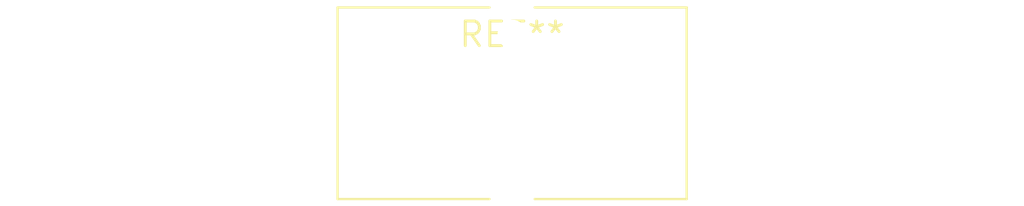
<source format=kicad_pcb>
(kicad_pcb (version 20240108) (generator pcbnew)
  (layers (0 "F.Cu" signal) (31 "B.Cu" signal) (34 "B.Paste" user) (35 "F.Paste" user) (36 "B.SilkS" user "B.Silkscreen") (37 "F.SilkS" user "F.Silkscreen") (38 "B.Mask" user) (39 "F.Mask" user) (44 "Edge.Cuts" user))
  (net 0 "")
  (footprint "L_Toroid_Vertical_L17.8mm_W9.7mm_P7.11mm_Pulse_B" (layer "F.Cu") (at 0 0)
    (property "Reference" "REF**")
    (property "Value" "L_Toroid_Vertical_L17.8mm_W9.7mm_P7.11mm_Pulse_B")
    (fp_line (start -9.01 -1.39) (end -9.01 8.5) (layer "F.SilkS") (stroke (width 0.12)))
    (fp_line (start -9.01 -1.39) (end -1.166 -1.39) (layer "F.SilkS") (stroke (width 0.12)))
    (fp_line (start -9.01 8.5) (end -1.166 8.5) (layer "F.SilkS") (stroke (width 0.12)))
    (fp_line (start 1.166 -1.39) (end 9.01 -1.39) (layer "F.SilkS") (stroke (width 0.12)))
    (fp_line (start 1.166 8.5) (end 9.01 8.5) (layer "F.SilkS") (stroke (width 0.12)))
    (fp_line (start 9.01 -1.39) (end 9.01 8.5) (layer "F.SilkS") (stroke (width 0.12)))
    (pad "1" thru_hole circle (at 0 0) (size 3 3) (drill 1.5) (layers *.Cu *.Mask) (remove_unused_layers))
    (pad "2" thru_hole circle (at 0 7.11) (size 3 3) (drill 1.5) (layers *.Cu *.Mask) (remove_unused_layers))
  )
)
</source>
